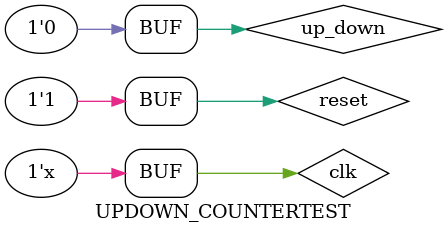
<source format=v>
`timescale 1ns / 1ps


//20L118 HARIHARAN R R

module UPDOWN_COUNTERTEST;

	// Inputs
	reg clk;
	reg reset;
	reg up_down;

	// Outputs
	wire [7:0] count;

	// Instantiate the Unit Under Test (UUT)
	UPDOWN_COUTER uut (
		.clk(clk), 
		.reset(reset), 
		.up_down(up_down), 
		.count(count)
	);
   always #100 clk=~clk;
	initial begin
		// Initialize Inputs
		clk = 0;
		reset = 0;
		up_down = 0;

		// Wait 100 ns for global reset to finish
		#100;reset=0;up_down=1;
		#100;reset=1;up_down=0;
        
		// Add stimulus here

	end
      
endmodule


</source>
